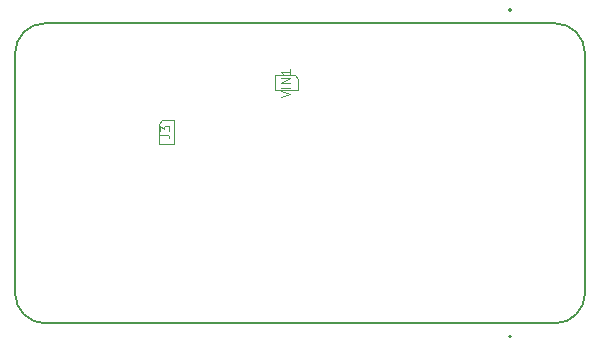
<source format=gbr>
%TF.GenerationSoftware,KiCad,Pcbnew,(7.0.0)*%
%TF.CreationDate,2023-05-29T03:25:23+05:30*%
%TF.ProjectId,sat-pcb,7361742d-7063-4622-9e6b-696361645f70,rev?*%
%TF.SameCoordinates,Original*%
%TF.FileFunction,AssemblyDrawing,Top*%
%FSLAX46Y46*%
G04 Gerber Fmt 4.6, Leading zero omitted, Abs format (unit mm)*
G04 Created by KiCad (PCBNEW (7.0.0)) date 2023-05-29 03:25:23*
%MOMM*%
%LPD*%
G01*
G04 APERTURE LIST*
%ADD10C,0.114000*%
%ADD11C,0.127000*%
%ADD12C,0.200000*%
%ADD13C,0.100000*%
G04 APERTURE END LIST*
D10*
%TO.C,VIN1*%
X138269209Y-73094286D02*
X139029209Y-72840952D01*
X139029209Y-72840952D02*
X138269209Y-72587619D01*
X139029209Y-72334285D02*
X138269209Y-72334285D01*
X139029209Y-71972380D02*
X138269209Y-71972380D01*
X138269209Y-71972380D02*
X139029209Y-71538094D01*
X139029209Y-71538094D02*
X138269209Y-71538094D01*
X139029209Y-70778095D02*
X139029209Y-71212381D01*
X139029209Y-70995238D02*
X138269209Y-70995238D01*
X138269209Y-70995238D02*
X138377780Y-71067619D01*
X138377780Y-71067619D02*
X138450161Y-71140000D01*
X138450161Y-71140000D02*
X138486352Y-71212381D01*
%TO.C,J3*%
X128069209Y-76328333D02*
X128612066Y-76328333D01*
X128612066Y-76328333D02*
X128720638Y-76364524D01*
X128720638Y-76364524D02*
X128793019Y-76436905D01*
X128793019Y-76436905D02*
X128829209Y-76545476D01*
X128829209Y-76545476D02*
X128829209Y-76617857D01*
X128069209Y-76038809D02*
X128069209Y-75568333D01*
X128069209Y-75568333D02*
X128358733Y-75821666D01*
X128358733Y-75821666D02*
X128358733Y-75713095D01*
X128358733Y-75713095D02*
X128394923Y-75640714D01*
X128394923Y-75640714D02*
X128431114Y-75604523D01*
X128431114Y-75604523D02*
X128503495Y-75568333D01*
X128503495Y-75568333D02*
X128684447Y-75568333D01*
X128684447Y-75568333D02*
X128756828Y-75604523D01*
X128756828Y-75604523D02*
X128793019Y-75640714D01*
X128793019Y-75640714D02*
X128829209Y-75713095D01*
X128829209Y-75713095D02*
X128829209Y-75930238D01*
X128829209Y-75930238D02*
X128793019Y-76002619D01*
X128793019Y-76002619D02*
X128756828Y-76038809D01*
D11*
%TO.C,A1*%
X118300000Y-66880000D02*
X161480000Y-66880000D01*
X164020000Y-69420000D02*
X164020000Y-89740000D01*
X115760000Y-89740000D02*
X115760000Y-69420000D01*
X161480000Y-92280000D02*
X118300000Y-92280000D01*
X164020000Y-69420000D02*
G75*
G03*
X161480000Y-66880000I-2540001J-1D01*
G01*
X118300000Y-66880000D02*
G75*
G03*
X115760000Y-69420000I1J-2540001D01*
G01*
X161480000Y-92280000D02*
G75*
G03*
X164020000Y-89740000I0J2540000D01*
G01*
X115760000Y-89740000D02*
G75*
G03*
X118300000Y-92280000I2540000J0D01*
G01*
D12*
X157770000Y-65770000D02*
G75*
G03*
X157770000Y-65770000I-100000J0D01*
G01*
X157770000Y-93390000D02*
G75*
G03*
X157770000Y-93390000I-100000J0D01*
G01*
D13*
%TO.C,VIN1*%
X139432500Y-71265000D02*
X139750000Y-71582500D01*
X137750000Y-71265000D02*
X139432500Y-71265000D01*
X139750000Y-71582500D02*
X139750000Y-72535000D01*
X139750000Y-72535000D02*
X137750000Y-72535000D01*
X137750000Y-72535000D02*
X137750000Y-71265000D01*
%TO.C,J3*%
X127915000Y-75392500D02*
X128232500Y-75075000D01*
X127915000Y-77075000D02*
X127915000Y-75392500D01*
X128232500Y-75075000D02*
X129185000Y-75075000D01*
X129185000Y-75075000D02*
X129185000Y-77075000D01*
X129185000Y-77075000D02*
X127915000Y-77075000D01*
%TD*%
M02*

</source>
